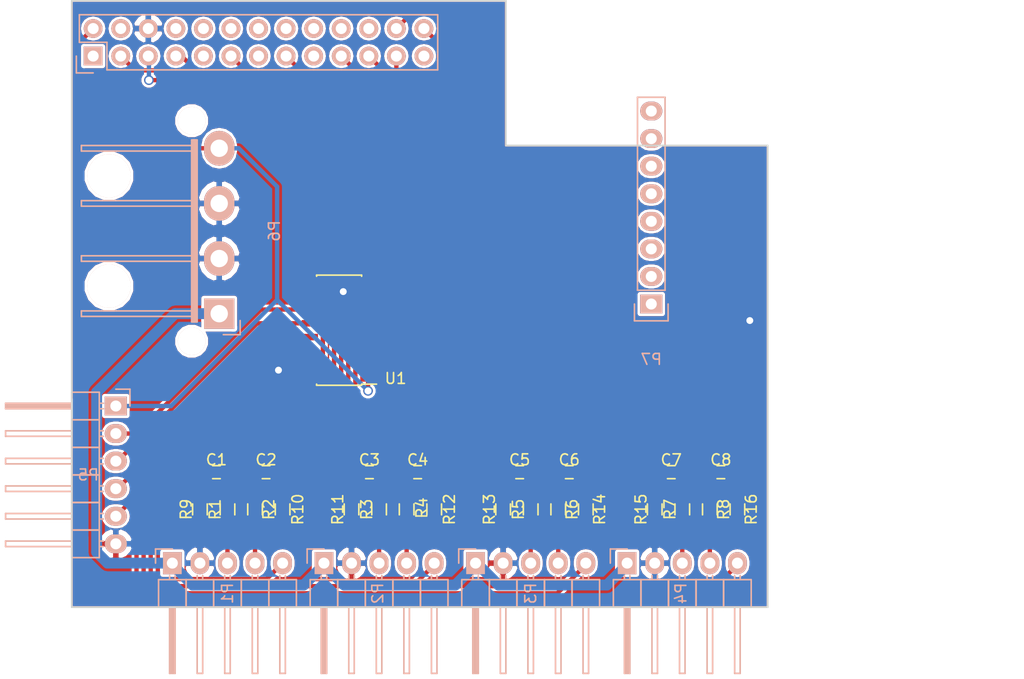
<source format=kicad_pcb>
(kicad_pcb (version 20170123) (host pcbnew no-vcs-found-7613~57~ubuntu16.04.1)
  (layers (0 F.Cu signal) (31 B.Cu signal) (34 B.Paste user) (35 F.Paste user) (36 B.SilkS user) (37 F.SilkS user) (38 B.Mask user) (39 F.Mask user) (44 Edge.Cuts user))
  (net 0 "")
  (net 1 +12V)
  (net 2 GND)
  (net 3 "Net-(RPi1-Pad3)")
  (net 4 "Net-(RPi1-Pad5)")
  (net 5 "Net-(C1-Pad2)")
  (net 6 "Net-(C2-Pad2)")
  (net 7 "Net-(C3-Pad2)")
  (net 8 "Net-(C4-Pad2)")
  (net 9 "Net-(C5-Pad2)")
  (net 10 "Net-(C6-Pad2)")
  (net 11 "Net-(C7-Pad2)")
  (net 12 "Net-(C8-Pad2)")
  (net 13 /R0_D0)
  (net 14 /R0_D1)
  (net 15 /R0_LED)
  (net 16 /R1_D0)
  (net 17 /R1_D1)
  (net 18 /R1_LED)
  (net 19 /R2_D0)
  (net 20 /R2_D1)
  (net 21 /R2_LED)
  (net 22 /R3_D0)
  (net 23 /R3_D1)
  (net 24 /R3_LED)
  (net 25 +5V)
  (net 26 "Net-(P5-Pad2)")
  (net 27 "Net-(P5-Pad3)")
  (net 28 "Net-(P5-Pad4)")
  (net 29 "Net-(P5-Pad5)")
  (module MyFootprints:Molex_15-24-4441 (layer B.Cu) (at 108.585 121.285 90)
    (fp_text reference P6 (at 0 10.16 90) (layer B.SilkS) (effects (justify mirror)))
    (fp_text value Molex_8981)
    (pad 1 thru_hole rect (at -7.62 5.08 90) (size 2.8 2.8) (drill 1.6) (layers *.Cu *.Mask B.SilkS) (net 1 +12V))
    (pad 2 thru_hole oval (at -2.54 5.08 90) (size 3.2 2.8) (drill 1.6) (layers *.Cu *.Mask B.SilkS) (net 2 GND))
    (pad 3 thru_hole oval (at 2.54 5.08 90) (size 3.2 2.8) (drill 1.6) (layers *.Cu *.Mask B.SilkS) (net 2 GND))
    (pad 4 thru_hole oval (at 7.62 5.08 90) (size 3.2 2.8) (drill 1.6) (layers *.Cu *.Mask B.SilkS) (net 25 +5V))
    (pad "" np_thru_hole circle (at -10.16 2.54 90) (size 2.54 2.54) (drill 2.54) (layers *.Cu *.Mask B.SilkS))
    (pad "" np_thru_hole circle (at 10.16 2.54 90) (size 2.54 2.54) (drill 2.54) (layers *.Cu *.Mask B.SilkS))
    (pad "" np_thru_hole circle (at -5.08 -5.08 90) (size 3.99 3.99) (drill 3.99) (layers *.Cu *.Mask B.SilkS))
    (pad "" np_thru_hole circle (at 5.08 -5.08 90) (size 3.99 3.99) (drill 3.99) (layers *.Cu *.Mask B.SilkS))
  )
  (module Socket_Strips:Socket_Strip_Straight_2x13 (layer B.Cu) (at 102.05 105.17)
    (fp_text reference RPi1 hide)
    (fp_text value RASPBERRY_IO hide)
    (pad 1 thru_hole rect (at 0 0) (size 1.7272 1.7272) (drill 1.016) (layers *.Cu *.Mask B.SilkS))
    (pad 2 thru_hole oval (at 0 -2.54) (size 1.7272 1.7272) (drill 1.016) (layers *.Cu *.Mask B.SilkS) (net 25 +5V))
    (pad 3 thru_hole oval (at 2.54 0) (size 1.7272 1.7272) (drill 1.016) (layers *.Cu *.Mask B.SilkS) (net 3 "Net-(RPi1-Pad3)"))
    (pad 4 thru_hole oval (at 2.54 -2.54) (size 1.7272 1.7272) (drill 1.016) (layers *.Cu *.Mask B.SilkS))
    (pad 5 thru_hole oval (at 5.08 0) (size 1.7272 1.7272) (drill 1.016) (layers *.Cu *.Mask B.SilkS) (net 4 "Net-(RPi1-Pad5)"))
    (pad 6 thru_hole oval (at 5.08 -2.54) (size 1.7272 1.7272) (drill 1.016) (layers *.Cu *.Mask B.SilkS) (net 2 GND))
    (pad 7 thru_hole oval (at 7.62 0) (size 1.7272 1.7272) (drill 1.016) (layers *.Cu *.Mask B.SilkS) (net 5 "Net-(C1-Pad2)"))
    (pad 8 thru_hole oval (at 7.62 -2.54) (size 1.7272 1.7272) (drill 1.016) (layers *.Cu *.Mask B.SilkS))
    (pad 9 thru_hole oval (at 10.16 0) (size 1.7272 1.7272) (drill 1.016) (layers *.Cu *.Mask B.SilkS))
    (pad 10 thru_hole oval (at 10.16 -2.54) (size 1.7272 1.7272) (drill 1.016) (layers *.Cu *.Mask B.SilkS))
    (pad 11 thru_hole oval (at 12.7 0) (size 1.7272 1.7272) (drill 1.016) (layers *.Cu *.Mask B.SilkS) (net 6 "Net-(C2-Pad2)"))
    (pad 12 thru_hole oval (at 12.7 -2.54) (size 1.7272 1.7272) (drill 1.016) (layers *.Cu *.Mask B.SilkS))
    (pad 13 thru_hole oval (at 15.24 0) (size 1.7272 1.7272) (drill 1.016) (layers *.Cu *.Mask B.SilkS))
    (pad 14 thru_hole oval (at 15.24 -2.54) (size 1.7272 1.7272) (drill 1.016) (layers *.Cu *.Mask B.SilkS))
    (pad 15 thru_hole oval (at 17.78 0) (size 1.7272 1.7272) (drill 1.016) (layers *.Cu *.Mask B.SilkS) (net 7 "Net-(C3-Pad2)"))
    (pad 16 thru_hole oval (at 17.78 -2.54) (size 1.7272 1.7272) (drill 1.016) (layers *.Cu *.Mask B.SilkS))
    (pad 17 thru_hole oval (at 20.32 0) (size 1.7272 1.7272) (drill 1.016) (layers *.Cu *.Mask B.SilkS))
    (pad 18 thru_hole oval (at 20.32 -2.54) (size 1.7272 1.7272) (drill 1.016) (layers *.Cu *.Mask B.SilkS))
    (pad 19 thru_hole oval (at 22.86 0) (size 1.7272 1.7272) (drill 1.016) (layers *.Cu *.Mask B.SilkS) (net 8 "Net-(C4-Pad2)"))
    (pad 20 thru_hole oval (at 22.86 -2.54) (size 1.7272 1.7272) (drill 1.016) (layers *.Cu *.Mask B.SilkS))
    (pad 21 thru_hole oval (at 25.4 0) (size 1.7272 1.7272) (drill 1.016) (layers *.Cu *.Mask B.SilkS) (net 9 "Net-(C5-Pad2)"))
    (pad 22 thru_hole oval (at 25.4 -2.54) (size 1.7272 1.7272) (drill 1.016) (layers *.Cu *.Mask B.SilkS))
    (pad 23 thru_hole oval (at 27.94 0) (size 1.7272 1.7272) (drill 1.016) (layers *.Cu *.Mask B.SilkS) (net 10 "Net-(C6-Pad2)"))
    (pad 24 thru_hole oval (at 27.94 -2.54) (size 1.7272 1.7272) (drill 1.016) (layers *.Cu *.Mask B.SilkS) (net 12 "Net-(C8-Pad2)"))
    (pad 25 thru_hole oval (at 30.48 0) (size 1.7272 1.7272) (drill 1.016) (layers *.Cu *.Mask B.SilkS))
    (pad 26 thru_hole oval (at 30.48 -2.54) (size 1.7272 1.7272) (drill 1.016) (layers *.Cu *.Mask B.SilkS) (net 11 "Net-(C7-Pad2)"))
  )
  (module Resistors_SMD:R_0603_HandSoldering (layer F.Cu) (at 114.427 146.939 270)
    (fp_text reference R1 (at 0 1.143 270) (layer F.SilkS))
    (fp_text value 12k7)
    (pad 1 smd rect (at -1.1 0 270) (size 1.2 0.9) (layers F.Cu F.Paste F.Mask) (net 5 "Net-(C1-Pad2)"))
    (pad 2 smd rect (at 1.1 0 270) (size 1.2 0.9) (layers F.Cu F.Paste F.Mask) (net 13 /R0_D0))
  )
  (module Resistors_SMD:R_0603_HandSoldering (layer F.Cu) (at 116.967 146.939 270)
    (fp_text reference R2 (at 0 -1.27 270) (layer F.SilkS))
    (fp_text value 12k7)
    (pad 1 smd rect (at -1.1 0 270) (size 1.2 0.9) (layers F.Cu F.Paste F.Mask) (net 6 "Net-(C2-Pad2)"))
    (pad 2 smd rect (at 1.1 0 270) (size 1.2 0.9) (layers F.Cu F.Paste F.Mask) (net 14 /R0_D1))
  )
  (module Resistors_SMD:R_0603_HandSoldering (layer F.Cu) (at 128.397 146.939 270)
    (fp_text reference R3 (at 0 1.143 270) (layer F.SilkS))
    (fp_text value 12k7)
    (pad 1 smd rect (at -1.1 0 270) (size 1.2 0.9) (layers F.Cu F.Paste F.Mask) (net 7 "Net-(C3-Pad2)"))
    (pad 2 smd rect (at 1.1 0 270) (size 1.2 0.9) (layers F.Cu F.Paste F.Mask) (net 16 /R1_D0))
  )
  (module Resistors_SMD:R_0603_HandSoldering (layer F.Cu) (at 130.937 146.939 270)
    (fp_text reference R4 (at -0.127 -1.397 270) (layer F.SilkS))
    (fp_text value 12k7)
    (pad 1 smd rect (at -1.1 0 270) (size 1.2 0.9) (layers F.Cu F.Paste F.Mask) (net 8 "Net-(C4-Pad2)"))
    (pad 2 smd rect (at 1.1 0 270) (size 1.2 0.9) (layers F.Cu F.Paste F.Mask) (net 17 /R1_D1))
  )
  (module Resistors_SMD:R_0603_HandSoldering (layer F.Cu) (at 142.367 146.939 270)
    (fp_text reference R5 (at 0 1.143 270) (layer F.SilkS))
    (fp_text value 12k7)
    (pad 1 smd rect (at -1.1 0 270) (size 1.2 0.9) (layers F.Cu F.Paste F.Mask) (net 9 "Net-(C5-Pad2)"))
    (pad 2 smd rect (at 1.1 0 270) (size 1.2 0.9) (layers F.Cu F.Paste F.Mask) (net 19 /R2_D0))
  )
  (module Resistors_SMD:R_0603_HandSoldering (layer F.Cu) (at 144.907 146.939 270)
    (fp_text reference R6 (at 0 -1.27 270) (layer F.SilkS))
    (fp_text value 12k7)
    (pad 1 smd rect (at -1.1 0 270) (size 1.2 0.9) (layers F.Cu F.Paste F.Mask) (net 10 "Net-(C6-Pad2)"))
    (pad 2 smd rect (at 1.1 0 270) (size 1.2 0.9) (layers F.Cu F.Paste F.Mask) (net 20 /R2_D1))
  )
  (module Capacitors_SMD:C_0603_HandSoldering (layer F.Cu) (at 113.411 143.51)
    (fp_text reference C1 (at 0 -1.143) (layer F.SilkS))
    (fp_text value 1n)
    (pad 1 smd rect (at -0.95 0) (size 1.2 0.75) (layers F.Cu F.Paste F.Mask) (net 2 GND))
    (pad 2 smd rect (at 0.95 0) (size 1.2 0.75) (layers F.Cu F.Paste F.Mask) (net 5 "Net-(C1-Pad2)"))
  )
  (module Capacitors_SMD:C_0603_HandSoldering (layer F.Cu) (at 117.983 143.51 180)
    (fp_text reference C2 (at 0 1.143 180) (layer F.SilkS))
    (fp_text value 1n)
    (pad 1 smd rect (at -0.95 0 180) (size 1.2 0.75) (layers F.Cu F.Paste F.Mask) (net 2 GND))
    (pad 2 smd rect (at 0.95 0 180) (size 1.2 0.75) (layers F.Cu F.Paste F.Mask) (net 6 "Net-(C2-Pad2)"))
  )
  (module Capacitors_SMD:C_0603_HandSoldering (layer F.Cu) (at 127.508 143.51)
    (fp_text reference C3 (at 0 -1.143) (layer F.SilkS))
    (fp_text value 1n)
    (pad 1 smd rect (at -0.95 0) (size 1.2 0.75) (layers F.Cu F.Paste F.Mask) (net 2 GND))
    (pad 2 smd rect (at 0.95 0) (size 1.2 0.75) (layers F.Cu F.Paste F.Mask) (net 7 "Net-(C3-Pad2)"))
  )
  (module Capacitors_SMD:C_0603_HandSoldering (layer F.Cu) (at 131.953 143.51 180)
    (fp_text reference C4 (at 0 1.143 180) (layer F.SilkS))
    (fp_text value 1n)
    (pad 1 smd rect (at -0.95 0 180) (size 1.2 0.75) (layers F.Cu F.Paste F.Mask) (net 2 GND))
    (pad 2 smd rect (at 0.95 0 180) (size 1.2 0.75) (layers F.Cu F.Paste F.Mask) (net 8 "Net-(C4-Pad2)"))
  )
  (module Capacitors_SMD:C_0603_HandSoldering (layer F.Cu) (at 141.351 143.51)
    (fp_text reference C5 (at 0 -1.143) (layer F.SilkS))
    (fp_text value 1n)
    (pad 1 smd rect (at -0.95 0) (size 1.2 0.75) (layers F.Cu F.Paste F.Mask) (net 2 GND))
    (pad 2 smd rect (at 0.95 0) (size 1.2 0.75) (layers F.Cu F.Paste F.Mask) (net 9 "Net-(C5-Pad2)"))
  )
  (module Capacitors_SMD:C_0603_HandSoldering (layer F.Cu) (at 145.923 143.51 180)
    (fp_text reference C6 (at 0 1.143 180) (layer F.SilkS))
    (fp_text value 1n)
    (pad 1 smd rect (at -0.95 0 180) (size 1.2 0.75) (layers F.Cu F.Paste F.Mask) (net 2 GND))
    (pad 2 smd rect (at 0.95 0 180) (size 1.2 0.75) (layers F.Cu F.Paste F.Mask) (net 10 "Net-(C6-Pad2)"))
  )
  (module Capacitors_SMD:C_0603_HandSoldering (layer F.Cu) (at 155.321 143.51)
    (fp_text reference C7 (at 0 -1.143) (layer F.SilkS))
    (fp_text value 1n)
    (pad 1 smd rect (at -0.95 0) (size 1.2 0.75) (layers F.Cu F.Paste F.Mask) (net 2 GND))
    (pad 2 smd rect (at 0.95 0) (size 1.2 0.75) (layers F.Cu F.Paste F.Mask) (net 11 "Net-(C7-Pad2)"))
  )
  (module Capacitors_SMD:C_0603_HandSoldering (layer F.Cu) (at 159.893 143.51 180)
    (fp_text reference C8 (at 0 1.143 180) (layer F.SilkS))
    (fp_text value 1n)
    (pad 1 smd rect (at -0.95 0 180) (size 1.2 0.75) (layers F.Cu F.Paste F.Mask) (net 2 GND))
    (pad 2 smd rect (at 0.95 0 180) (size 1.2 0.75) (layers F.Cu F.Paste F.Mask) (net 12 "Net-(C8-Pad2)"))
  )
  (module Pin_Headers:Pin_Header_Angled_1x05 (layer B.Cu) (at 109.347 151.892 270)
    (fp_text reference P1 (at 2.794 -5.08 270) (layer B.SilkS) (effects (justify mirror)))
    (fp_text value CONN_01X05)
    (pad 1 thru_hole rect (at 0 0 270) (size 2.032 1.7272) (drill 1.016) (layers *.Cu *.Mask B.SilkS) (net 1 +12V))
    (pad 2 thru_hole oval (at 0 -2.54 270) (size 2.032 1.7272) (drill 1.016) (layers *.Cu *.Mask B.SilkS) (net 2 GND))
    (pad 3 thru_hole oval (at 0 -5.08 270) (size 2.032 1.7272) (drill 1.016) (layers *.Cu *.Mask B.SilkS) (net 13 /R0_D0))
    (pad 4 thru_hole oval (at 0 -7.62 270) (size 2.032 1.7272) (drill 1.016) (layers *.Cu *.Mask B.SilkS) (net 14 /R0_D1))
    (pad 5 thru_hole oval (at 0 -10.16 270) (size 2.032 1.7272) (drill 1.016) (layers *.Cu *.Mask B.SilkS) (net 15 /R0_LED))
  )
  (module Pin_Headers:Pin_Header_Angled_1x05 (layer B.Cu) (at 123.317 151.892 270)
    (fp_text reference P2 (at 2.794 -4.953 270) (layer B.SilkS) (effects (justify mirror)))
    (fp_text value CONN_01X05)
    (pad 1 thru_hole rect (at 0 0 270) (size 2.032 1.7272) (drill 1.016) (layers *.Cu *.Mask B.SilkS) (net 1 +12V))
    (pad 2 thru_hole oval (at 0 -2.54 270) (size 2.032 1.7272) (drill 1.016) (layers *.Cu *.Mask B.SilkS) (net 2 GND))
    (pad 3 thru_hole oval (at 0 -5.08 270) (size 2.032 1.7272) (drill 1.016) (layers *.Cu *.Mask B.SilkS) (net 16 /R1_D0))
    (pad 4 thru_hole oval (at 0 -7.62 270) (size 2.032 1.7272) (drill 1.016) (layers *.Cu *.Mask B.SilkS) (net 17 /R1_D1))
    (pad 5 thru_hole oval (at 0 -10.16 270) (size 2.032 1.7272) (drill 1.016) (layers *.Cu *.Mask B.SilkS) (net 18 /R1_LED))
  )
  (module Pin_Headers:Pin_Header_Angled_1x05 (layer B.Cu) (at 137.287 151.892 270)
    (fp_text reference P3 (at 2.794 -5.08 270) (layer B.SilkS) (effects (justify mirror)))
    (fp_text value CONN_01X05)
    (pad 1 thru_hole rect (at 0 0 270) (size 2.032 1.7272) (drill 1.016) (layers *.Cu *.Mask B.SilkS) (net 1 +12V))
    (pad 2 thru_hole oval (at 0 -2.54 270) (size 2.032 1.7272) (drill 1.016) (layers *.Cu *.Mask B.SilkS) (net 2 GND))
    (pad 3 thru_hole oval (at 0 -5.08 270) (size 2.032 1.7272) (drill 1.016) (layers *.Cu *.Mask B.SilkS) (net 19 /R2_D0))
    (pad 4 thru_hole oval (at 0 -7.62 270) (size 2.032 1.7272) (drill 1.016) (layers *.Cu *.Mask B.SilkS) (net 20 /R2_D1))
    (pad 5 thru_hole oval (at 0 -10.16 270) (size 2.032 1.7272) (drill 1.016) (layers *.Cu *.Mask B.SilkS) (net 21 /R2_LED))
  )
  (module Pin_Headers:Pin_Header_Angled_1x05 (layer B.Cu) (at 151.257 151.892 270)
    (fp_text reference P4 (at 2.794 -4.953 270) (layer B.SilkS) (effects (justify mirror)))
    (fp_text value CONN_01X05)
    (pad 1 thru_hole rect (at 0 0 270) (size 2.032 1.7272) (drill 1.016) (layers *.Cu *.Mask B.SilkS) (net 1 +12V))
    (pad 2 thru_hole oval (at 0 -2.54 270) (size 2.032 1.7272) (drill 1.016) (layers *.Cu *.Mask B.SilkS) (net 2 GND))
    (pad 3 thru_hole oval (at 0 -5.08 270) (size 2.032 1.7272) (drill 1.016) (layers *.Cu *.Mask B.SilkS) (net 22 /R3_D0))
    (pad 4 thru_hole oval (at 0 -7.62 270) (size 2.032 1.7272) (drill 1.016) (layers *.Cu *.Mask B.SilkS) (net 23 /R3_D1))
    (pad 5 thru_hole oval (at 0 -10.16 270) (size 2.032 1.7272) (drill 1.016) (layers *.Cu *.Mask B.SilkS) (net 24 /R3_LED))
  )
  (module Pin_Headers:Pin_Header_Angled_1x06 (layer B.Cu) (at 104.14 137.414 180)
    (fp_text reference P5 (at 2.54 -6.35 180) (layer B.SilkS) (effects (justify mirror)))
    (fp_text value CONN_01X06)
    (pad 1 thru_hole rect (at 0 0 180) (size 2.032 1.7272) (drill 1.016) (layers *.Cu *.Mask B.SilkS) (net 25 +5V))
    (pad 2 thru_hole oval (at 0 -2.54 180) (size 2.032 1.7272) (drill 1.016) (layers *.Cu *.Mask B.SilkS) (net 26 "Net-(P5-Pad2)"))
    (pad 3 thru_hole oval (at 0 -5.08 180) (size 2.032 1.7272) (drill 1.016) (layers *.Cu *.Mask B.SilkS) (net 27 "Net-(P5-Pad3)"))
    (pad 4 thru_hole oval (at 0 -7.62 180) (size 2.032 1.7272) (drill 1.016) (layers *.Cu *.Mask B.SilkS) (net 28 "Net-(P5-Pad4)"))
    (pad 5 thru_hole oval (at 0 -10.16 180) (size 2.032 1.7272) (drill 1.016) (layers *.Cu *.Mask B.SilkS) (net 29 "Net-(P5-Pad5)"))
    (pad 6 thru_hole oval (at 0 -12.7 180) (size 2.032 1.7272) (drill 1.016) (layers *.Cu *.Mask B.SilkS) (net 2 GND))
  )
  (module Resistors_SMD:R_0603_HandSoldering (layer F.Cu) (at 156.337 146.939 270)
    (fp_text reference R7 (at 0 1.143 270) (layer F.SilkS))
    (fp_text value 12k7)
    (pad 1 smd rect (at -1.1 0 270) (size 1.2 0.9) (layers F.Cu F.Paste F.Mask) (net 11 "Net-(C7-Pad2)"))
    (pad 2 smd rect (at 1.1 0 270) (size 1.2 0.9) (layers F.Cu F.Paste F.Mask) (net 22 /R3_D0))
  )
  (module Resistors_SMD:R_0603_HandSoldering (layer F.Cu) (at 158.877 146.939 270)
    (fp_text reference R8 (at 0 -1.27 270) (layer F.SilkS))
    (fp_text value 12k7)
    (pad 1 smd rect (at -1.1 0 270) (size 1.2 0.9) (layers F.Cu F.Paste F.Mask) (net 12 "Net-(C8-Pad2)"))
    (pad 2 smd rect (at 1.1 0 270) (size 1.2 0.9) (layers F.Cu F.Paste F.Mask) (net 23 /R3_D1))
  )
  (module Resistors_SMD:R_0603_HandSoldering (layer F.Cu) (at 111.887 146.939 90)
    (fp_text reference R9 (at 0 -1.27 90) (layer F.SilkS))
    (fp_text value 22k)
    (pad 1 smd rect (at -1.1 0 90) (size 1.2 0.9) (layers F.Cu F.Paste F.Mask) (net 2 GND))
    (pad 2 smd rect (at 1.1 0 90) (size 1.2 0.9) (layers F.Cu F.Paste F.Mask) (net 5 "Net-(C1-Pad2)"))
  )
  (module Resistors_SMD:R_0603_HandSoldering (layer F.Cu) (at 119.507 146.939 90)
    (fp_text reference R10 (at 0 1.397 90) (layer F.SilkS))
    (fp_text value 22k)
    (pad 1 smd rect (at -1.1 0 90) (size 1.2 0.9) (layers F.Cu F.Paste F.Mask) (net 2 GND))
    (pad 2 smd rect (at 1.1 0 90) (size 1.2 0.9) (layers F.Cu F.Paste F.Mask) (net 6 "Net-(C2-Pad2)"))
  )
  (module Resistors_SMD:R_0603_HandSoldering (layer F.Cu) (at 125.857 146.939 90)
    (fp_text reference R11 (at 0 -1.27 90) (layer F.SilkS))
    (fp_text value 22k)
    (pad 1 smd rect (at -1.1 0 90) (size 1.2 0.9) (layers F.Cu F.Paste F.Mask) (net 2 GND))
    (pad 2 smd rect (at 1.1 0 90) (size 1.2 0.9) (layers F.Cu F.Paste F.Mask) (net 7 "Net-(C3-Pad2)"))
  )
  (module Resistors_SMD:R_0603_HandSoldering (layer F.Cu) (at 133.477 146.939 90)
    (fp_text reference R12 (at 0 1.397 90) (layer F.SilkS))
    (fp_text value 22k)
    (pad 1 smd rect (at -1.1 0 90) (size 1.2 0.9) (layers F.Cu F.Paste F.Mask) (net 2 GND))
    (pad 2 smd rect (at 1.1 0 90) (size 1.2 0.9) (layers F.Cu F.Paste F.Mask) (net 8 "Net-(C4-Pad2)"))
  )
  (module Resistors_SMD:R_0603_HandSoldering (layer F.Cu) (at 139.827 146.939 90)
    (fp_text reference R13 (at 0 -1.27 90) (layer F.SilkS))
    (fp_text value 22k)
    (pad 1 smd rect (at -1.1 0 90) (size 1.2 0.9) (layers F.Cu F.Paste F.Mask) (net 2 GND))
    (pad 2 smd rect (at 1.1 0 90) (size 1.2 0.9) (layers F.Cu F.Paste F.Mask) (net 9 "Net-(C5-Pad2)"))
  )
  (module Resistors_SMD:R_0603_HandSoldering (layer F.Cu) (at 147.447 146.939 90)
    (fp_text reference R14 (at 0 1.27 90) (layer F.SilkS))
    (fp_text value 22k)
    (pad 1 smd rect (at -1.1 0 90) (size 1.2 0.9) (layers F.Cu F.Paste F.Mask) (net 2 GND))
    (pad 2 smd rect (at 1.1 0 90) (size 1.2 0.9) (layers F.Cu F.Paste F.Mask) (net 10 "Net-(C6-Pad2)"))
  )
  (module Resistors_SMD:R_0603_HandSoldering (layer F.Cu) (at 153.797 146.939 90)
    (fp_text reference R15 (at 0 -1.27 90) (layer F.SilkS))
    (fp_text value 22k)
    (pad 1 smd rect (at -1.1 0 90) (size 1.2 0.9) (layers F.Cu F.Paste F.Mask) (net 2 GND))
    (pad 2 smd rect (at 1.1 0 90) (size 1.2 0.9) (layers F.Cu F.Paste F.Mask) (net 11 "Net-(C7-Pad2)"))
  )
  (module Resistors_SMD:R_0603_HandSoldering (layer F.Cu) (at 161.417 146.939 90)
    (fp_text reference R16 (at 0 1.27 90) (layer F.SilkS))
    (fp_text value 22k)
    (pad 1 smd rect (at -1.1 0 90) (size 1.2 0.9) (layers F.Cu F.Paste F.Mask) (net 2 GND))
    (pad 2 smd rect (at 1.1 0 90) (size 1.2 0.9) (layers F.Cu F.Paste F.Mask) (net 12 "Net-(C8-Pad2)"))
  )
  (module Housings_SOIC:SOIC-16_3.9x9.9mm_Pitch1.27mm (layer F.Cu) (at 124.714 130.429 180)
    (fp_text reference U1 (at -5.207 -4.445 180) (layer F.SilkS))
    (fp_text value TPIC2810)
    (pad 1 smd rect (at -2.7 -4.445 180) (size 1.5 0.6) (layers F.Cu F.Paste F.Mask) (net 25 +5V))
    (pad 2 smd rect (at -2.7 -3.175 180) (size 1.5 0.6) (layers F.Cu F.Paste F.Mask) (net 3 "Net-(RPi1-Pad3)"))
    (pad 3 smd rect (at -2.7 -1.905 180) (size 1.5 0.6) (layers F.Cu F.Paste F.Mask) (net 15 /R0_LED))
    (pad 4 smd rect (at -2.7 -0.635 180) (size 1.5 0.6) (layers F.Cu F.Paste F.Mask) (net 18 /R1_LED))
    (pad 5 smd rect (at -2.7 0.635 180) (size 1.5 0.6) (layers F.Cu F.Paste F.Mask) (net 21 /R2_LED))
    (pad 6 smd rect (at -2.7 1.905 180) (size 1.5 0.6) (layers F.Cu F.Paste F.Mask) (net 24 /R3_LED))
    (pad 7 smd rect (at -2.7 3.175 180) (size 1.5 0.6) (layers F.Cu F.Paste F.Mask) (net 2 GND))
    (pad 8 smd rect (at -2.7 4.445 180) (size 1.5 0.6) (layers F.Cu F.Paste F.Mask) (net 2 GND))
    (pad 9 smd rect (at 2.7 4.445 180) (size 1.5 0.6) (layers F.Cu F.Paste F.Mask) (net 2 GND))
    (pad 10 smd rect (at 2.7 3.175 180) (size 1.5 0.6) (layers F.Cu F.Paste F.Mask) (net 2 GND))
    (pad 11 smd rect (at 2.7 1.905 180) (size 1.5 0.6) (layers F.Cu F.Paste F.Mask) (net 26 "Net-(P5-Pad2)"))
    (pad 12 smd rect (at 2.7 0.635 180) (size 1.5 0.6) (layers F.Cu F.Paste F.Mask) (net 27 "Net-(P5-Pad3)"))
    (pad 13 smd rect (at 2.7 -0.635 180) (size 1.5 0.6) (layers F.Cu F.Paste F.Mask) (net 28 "Net-(P5-Pad4)"))
    (pad 14 smd rect (at 2.7 -1.905 180) (size 1.5 0.6) (layers F.Cu F.Paste F.Mask) (net 29 "Net-(P5-Pad5)"))
    (pad 15 smd rect (at 2.7 -3.175 180) (size 1.5 0.6) (layers F.Cu F.Paste F.Mask) (net 4 "Net-(RPi1-Pad5)"))
    (pad 16 smd rect (at 2.7 -4.445 180) (size 1.5 0.6) (layers F.Cu F.Paste F.Mask) (net 2 GND))
  )
  (module Pin_Headers:Pin_Header_Straight_1x08 (layer B.Cu) (at 153.4795 128.016)
    (fp_text reference P7 (at 0 5.1) (layer B.SilkS) (effects (justify mirror)))
    (fp_text value CONN_01X08)
    (pad 1 thru_hole rect (at 0 0) (size 2.032 1.7272) (drill 1.016) (layers *.Cu *.Mask B.SilkS))
    (pad 2 thru_hole oval (at 0 -2.54) (size 2.032 1.7272) (drill 1.016) (layers *.Cu *.Mask B.SilkS))
    (pad 3 thru_hole oval (at 0 -5.08) (size 2.032 1.7272) (drill 1.016) (layers *.Cu *.Mask B.SilkS))
    (pad 4 thru_hole oval (at 0 -7.62) (size 2.032 1.7272) (drill 1.016) (layers *.Cu *.Mask B.SilkS))
    (pad 5 thru_hole oval (at 0 -10.16) (size 2.032 1.7272) (drill 1.016) (layers *.Cu *.Mask B.SilkS))
    (pad 6 thru_hole oval (at 0 -12.7) (size 2.032 1.7272) (drill 1.016) (layers *.Cu *.Mask B.SilkS))
    (pad 7 thru_hole oval (at 0 -15.24) (size 2.032 1.7272) (drill 1.016) (layers *.Cu *.Mask B.SilkS))
    (pad 8 thru_hole oval (at 0 -17.78) (size 2.032 1.7272) (drill 1.016) (layers *.Cu *.Mask B.SilkS))
  )
  (gr_line (start 140.081 113.411) (end 140.081 100.076) (layer Edge.Cuts) (width 0.15))
  (gr_line (start 164.211 113.411) (end 140.081 113.411) (layer Edge.Cuts) (width 0.15))
  (gr_text 3 (at 151.003 149.352) (layer F.Cu) (effects (font (size 1 1) (thickness 0.25))))
  (gr_text 2 (at 137.033 149.352) (layer F.Cu) (effects (font (size 1 1) (thickness 0.25))))
  (gr_text 1 (at 123.063 149.352) (layer F.Cu) (effects (font (size 1 1) (thickness 0.25))))
  (gr_text 0 (at 109.093 149.352) (layer F.Cu) (effects (font (size 1 1) (thickness 0.25))))
  (gr_text 3 (at 100.965 147.701) (layer F.Cu) (effects (font (size 1 1) (thickness 0.25))))
  (gr_text 2 (at 100.965 145.161) (layer F.Cu) (effects (font (size 1 1) (thickness 0.25))))
  (gr_text 1 (at 100.965 142.621) (layer F.Cu) (effects (font (size 1 1) (thickness 0.25))))
  (gr_text 0 (at 100.965 140.081) (layer F.Cu) (effects (font (size 1 1) (thickness 0.25))))
  (gr_text + (at 100.838 137.541) (layer F.Cu) (effects (font (size 1 1) (thickness 0.25))))
  (gr_text G (at 100.965 150.241) (layer F.Cu) (effects (font (size 1 1) (thickness 0.25))))
  (gr_line (start 100.076 100.076) (end 140.081 100.076) (angle 90) (layer Edge.Cuts) (width 0.15))
  (gr_line (start 164.211 113.411) (end 164.211 155.956) (angle 90) (layer Edge.Cuts) (width 0.15))
  (gr_line (start 164.211 155.956) (end 100.076 155.956) (angle 90) (layer Edge.Cuts) (width 0.15))
  (gr_line (start 100.076 100.076) (end 100.076 155.956) (angle 90) (layer Edge.Cuts) (width 0.15))
  (segment (start 109.347 151.892) (end 103.378 151.892) (width 1) (layer B.Cu) (net 1))
  (segment (start 102.369999 136.136001) (end 109.601 128.905) (width 1) (layer B.Cu) (net 1))
  (segment (start 103.378 151.892) (end 102.369999 150.883999) (width 1) (layer B.Cu) (net 1))
  (segment (start 102.369999 150.883999) (end 102.369999 136.136001) (width 1) (layer B.Cu) (net 1))
  (segment (start 109.601 128.905) (end 113.665 128.905) (width 1) (layer B.Cu) (net 1))
  (segment (start 135.4234 153.908) (end 137.287 152.0444) (width 1) (layer B.Cu) (net 1))
  (segment (start 137.287 152.0444) (end 137.287 151.892) (width 1) (layer B.Cu) (net 1))
  (segment (start 125.1806 153.908) (end 135.4234 153.908) (width 1) (layer B.Cu) (net 1))
  (segment (start 123.317 151.892) (end 123.317 152.0444) (width 1) (layer B.Cu) (net 1))
  (segment (start 123.317 152.0444) (end 125.1806 153.908) (width 1) (layer B.Cu) (net 1))
  (segment (start 151.257 152.0444) (end 151.257 151.892) (width 1) (layer B.Cu) (net 1))
  (segment (start 149.3934 153.908) (end 151.257 152.0444) (width 1) (layer B.Cu) (net 1))
  (segment (start 139.402954 153.908) (end 149.3934 153.908) (width 1) (layer B.Cu) (net 1))
  (segment (start 137.386954 151.892) (end 139.402954 153.908) (width 1) (layer B.Cu) (net 1))
  (segment (start 137.287 151.892) (end 137.386954 151.892) (width 1) (layer B.Cu) (net 1))
  (segment (start 109.347 152.0444) (end 111.2106 153.908) (width 1) (layer B.Cu) (net 1))
  (segment (start 121.4534 153.908) (end 123.317 152.0444) (width 1) (layer B.Cu) (net 1))
  (segment (start 109.347 151.892) (end 109.347 152.0444) (width 1) (layer B.Cu) (net 1))
  (segment (start 111.2106 153.908) (end 121.4534 153.908) (width 1) (layer B.Cu) (net 1))
  (segment (start 126.619 141.605) (end 127.762 141.605) (width 0.4) (layer B.Cu) (net 2))
  (via (at 119.126 134.112) (size 0.889) (drill 0.635) (layers F.Cu B.Cu) (net 2))
  (segment (start 119.888 134.874) (end 119.126 134.112) (width 0.4) (layer F.Cu) (net 2))
  (segment (start 122.014 134.874) (end 119.888 134.874) (width 0.4) (layer F.Cu) (net 2))
  (segment (start 119.126 134.112) (end 126.619 141.605) (width 0.4) (layer B.Cu) (net 2))
  (segment (start 127.762 141.605) (end 133.096 136.271) (width 0.4) (layer B.Cu) (net 2))
  (via (at 125.095 126.873) (size 0.889) (drill 0.635) (layers F.Cu B.Cu) (net 2))
  (segment (start 133.096 134.874) (end 125.095 126.873) (width 0.4) (layer B.Cu) (net 2))
  (segment (start 133.096 136.271) (end 133.096 134.874) (width 0.4) (layer B.Cu) (net 2))
  (segment (start 125.539499 127.317499) (end 125.666501 127.317499) (width 0.4) (layer F.Cu) (net 2))
  (segment (start 125.095 126.873) (end 125.539499 127.317499) (width 0.4) (layer F.Cu) (net 2))
  (segment (start 125.73 127.254) (end 127.414 127.254) (width 0.4) (layer F.Cu) (net 2))
  (segment (start 125.666501 127.317499) (end 125.73 127.254) (width 0.4) (layer F.Cu) (net 2))
  (via (at 162.56 129.54) (size 0.889) (drill 0.635) (layers F.Cu B.Cu) (net 2))
  (segment (start 155.829 136.271) (end 162.56 129.54) (width 0.4) (layer B.Cu) (net 2))
  (segment (start 133.096 136.271) (end 155.829 136.271) (width 0.4) (layer B.Cu) (net 2))
  (segment (start 124.451631 108.449631) (end 112.549539 108.449631) (width 0.4) (layer F.Cu) (net 3))
  (segment (start 127.864 133.604) (end 128.618001 132.849999) (width 0.4) (layer F.Cu) (net 3))
  (segment (start 110.587509 106.487601) (end 105.907601 106.487601) (width 0.4) (layer F.Cu) (net 3))
  (segment (start 128.618001 132.849999) (end 128.618001 112.616001) (width 0.4) (layer F.Cu) (net 3))
  (segment (start 112.549539 108.449631) (end 110.587509 106.487601) (width 0.4) (layer F.Cu) (net 3))
  (segment (start 128.618001 112.616001) (end 124.451631 108.449631) (width 0.4) (layer F.Cu) (net 3))
  (segment (start 127.414 133.604) (end 127.864 133.604) (width 0.4) (layer F.Cu) (net 3))
  (segment (start 105.907601 106.487601) (end 105.453599 106.033599) (width 0.4) (layer F.Cu) (net 3))
  (segment (start 105.453599 106.033599) (end 104.59 105.17) (width 0.4) (layer F.Cu) (net 3))
  (segment (start 122.464 133.604) (end 123.218001 132.849999) (width 0.4) (layer F.Cu) (net 4))
  (segment (start 110.561111 107.386111) (end 107.188 107.386111) (width 0.4) (layer F.Cu) (net 4))
  (segment (start 123.218001 132.849999) (end 123.218001 120.043001) (width 0.4) (layer F.Cu) (net 4))
  (segment (start 122.014 133.604) (end 122.464 133.604) (width 0.4) (layer F.Cu) (net 4))
  (segment (start 123.218001 120.043001) (end 110.561111 107.386111) (width 0.4) (layer F.Cu) (net 4))
  (via (at 107.188 107.386111) (size 0.889) (drill 0.635) (layers F.Cu B.Cu) (net 4))
  (segment (start 107.188 105.228) (end 107.13 105.17) (width 0.4) (layer B.Cu) (net 4))
  (segment (start 107.188 107.386111) (end 107.188 105.228) (width 0.4) (layer B.Cu) (net 4))
  (segment (start 114.361 143.51) (end 114.361 142.735) (width 0.4) (layer F.Cu) (net 5))
  (segment (start 114.361 142.735) (end 118.77399 138.32201) (width 0.4) (layer F.Cu) (net 5))
  (segment (start 118.77399 138.32201) (end 126.405772 138.32201) (width 0.4) (layer F.Cu) (net 5))
  (segment (start 112.820438 107.795621) (end 110.194817 105.17) (width 0.4) (layer F.Cu) (net 5))
  (segment (start 124.72253 107.795621) (end 112.820438 107.795621) (width 0.4) (layer F.Cu) (net 5))
  (segment (start 129.272011 112.345102) (end 124.72253 107.795621) (width 0.4) (layer F.Cu) (net 5))
  (segment (start 110.194817 105.17) (end 109.67 105.17) (width 0.4) (layer F.Cu) (net 5))
  (segment (start 129.272011 135.455771) (end 129.272011 112.345102) (width 0.4) (layer F.Cu) (net 5))
  (segment (start 114.361 143.51) (end 114.586 143.51) (width 0.4) (layer F.Cu) (net 5))
  (segment (start 126.405772 138.32201) (end 129.272011 135.455771) (width 0.4) (layer F.Cu) (net 5))
  (segment (start 111.887 145.839) (end 114.427 145.839) (width 0.4) (layer F.Cu) (net 5))
  (segment (start 114.361 145.773) (end 114.427 145.839) (width 0.4) (layer F.Cu) (net 5))
  (segment (start 114.361 143.51) (end 114.361 145.773) (width 0.4) (layer F.Cu) (net 5))
  (segment (start 117.033 143.51) (end 117.033 142.735) (width 0.4) (layer F.Cu) (net 6))
  (segment (start 117.033 142.735) (end 120.79198 138.97602) (width 0.4) (layer F.Cu) (net 6))
  (segment (start 120.79198 138.97602) (end 126.676671 138.97602) (width 0.4) (layer F.Cu) (net 6))
  (segment (start 119.507 145.839) (end 116.967 145.839) (width 0.4) (layer F.Cu) (net 6))
  (segment (start 116.967 143.576) (end 117.033 143.51) (width 0.4) (layer F.Cu) (net 6))
  (segment (start 116.967 145.839) (end 116.967 143.576) (width 0.4) (layer F.Cu) (net 6))
  (segment (start 115.613599 106.033599) (end 114.75 105.17) (width 0.4) (layer F.Cu) (net 6))
  (segment (start 124.993429 107.141611) (end 116.721611 107.141611) (width 0.4) (layer F.Cu) (net 6))
  (segment (start 129.926021 135.72667) (end 129.926021 112.074203) (width 0.4) (layer F.Cu) (net 6))
  (segment (start 117.033 143.51) (end 117.258 143.51) (width 0.4) (layer F.Cu) (net 6))
  (segment (start 129.926021 112.074203) (end 124.993429 107.141611) (width 0.4) (layer F.Cu) (net 6))
  (segment (start 126.676671 138.97602) (end 129.926021 135.72667) (width 0.4) (layer F.Cu) (net 6))
  (segment (start 116.721611 107.141611) (end 115.613599 106.033599) (width 0.4) (layer F.Cu) (net 6))
  (segment (start 128.458 143.51) (end 128.458 142.735) (width 0.4) (layer F.Cu) (net 7))
  (segment (start 128.458 142.735) (end 130.580031 140.612969) (width 0.4) (layer F.Cu) (net 7))
  (segment (start 130.580031 140.612969) (end 130.580031 111.803304) (width 0.4) (layer F.Cu) (net 7))
  (segment (start 128.458 145.778) (end 128.397 145.839) (width 0.4) (layer F.Cu) (net 7))
  (segment (start 128.458 143.51) (end 128.458 145.778) (width 0.4) (layer F.Cu) (net 7))
  (segment (start 128.397 145.839) (end 125.857 145.839) (width 0.4) (layer F.Cu) (net 7))
  (segment (start 130.580031 111.803304) (end 125.264328 106.487601) (width 0.4) (layer F.Cu) (net 7))
  (segment (start 121.147601 106.487601) (end 119.83 105.17) (width 0.4) (layer F.Cu) (net 7))
  (segment (start 125.264328 106.487601) (end 121.147601 106.487601) (width 0.4) (layer F.Cu) (net 7))
  (segment (start 131.003 143.51) (end 131.003 142.735) (width 0.4) (layer F.Cu) (net 8))
  (segment (start 131.003 142.735) (end 131.318 142.42) (width 0.4) (layer F.Cu) (net 8))
  (segment (start 131.318 142.42) (end 131.318 111.578) (width 0.4) (layer F.Cu) (net 8))
  (segment (start 130.937 145.839) (end 133.477 145.839) (width 0.4) (layer F.Cu) (net 8))
  (segment (start 130.937 143.576) (end 131.003 143.51) (width 0.4) (layer F.Cu) (net 8))
  (segment (start 130.937 145.839) (end 130.937 143.576) (width 0.4) (layer F.Cu) (net 8))
  (segment (start 131.318 111.578) (end 124.91 105.17) (width 0.4) (layer F.Cu) (net 8))
  (segment (start 142.301 142.735) (end 142.301 143.51) (width 0.4) (layer F.Cu) (net 9))
  (segment (start 127.45 105.17) (end 143.3195 121.0395) (width 0.4) (layer F.Cu) (net 9))
  (segment (start 143.3195 121.0395) (end 143.3195 141.7165) (width 0.4) (layer F.Cu) (net 9))
  (segment (start 143.3195 141.7165) (end 142.301 142.735) (width 0.4) (layer F.Cu) (net 9))
  (segment (start 142.301 145.773) (end 142.367 145.839) (width 0.4) (layer F.Cu) (net 9))
  (segment (start 142.301 143.51) (end 142.301 145.773) (width 0.4) (layer F.Cu) (net 9))
  (segment (start 139.827 145.839) (end 142.367 145.839) (width 0.4) (layer F.Cu) (net 9))
  (segment (start 143.97351 120.677327) (end 143.97351 141.73551) (width 0.4) (layer F.Cu) (net 10))
  (segment (start 143.97351 141.73551) (end 144.973 142.735) (width 0.4) (layer F.Cu) (net 10))
  (segment (start 129.99 106.693817) (end 143.97351 120.677327) (width 0.4) (layer F.Cu) (net 10))
  (segment (start 144.973 142.735) (end 144.973 143.51) (width 0.4) (layer F.Cu) (net 10))
  (segment (start 129.99 105.17) (end 129.99 106.693817) (width 0.4) (layer F.Cu) (net 10))
  (segment (start 147.447 145.839) (end 144.907 145.839) (width 0.4) (layer F.Cu) (net 10))
  (segment (start 144.907 143.576) (end 144.973 143.51) (width 0.4) (layer F.Cu) (net 10))
  (segment (start 144.907 145.839) (end 144.907 143.576) (width 0.4) (layer F.Cu) (net 10))
  (segment (start 133.847601 103.947601) (end 133.847601 109.62651) (width 0.4) (layer F.Cu) (net 11))
  (segment (start 144.62752 120.406429) (end 144.62752 129.32402) (width 0.4) (layer F.Cu) (net 11))
  (segment (start 133.847601 109.62651) (end 144.62752 120.406429) (width 0.4) (layer F.Cu) (net 11))
  (segment (start 156.271 140.9675) (end 156.271 143.51) (width 0.4) (layer F.Cu) (net 11))
  (segment (start 132.53 102.63) (end 133.847601 103.947601) (width 0.4) (layer F.Cu) (net 11))
  (segment (start 144.62752 129.32402) (end 156.271 140.9675) (width 0.4) (layer F.Cu) (net 11))
  (segment (start 153.797 145.839) (end 156.337 145.839) (width 0.4) (layer F.Cu) (net 11))
  (segment (start 156.337 143.576) (end 156.271 143.51) (width 0.4) (layer F.Cu) (net 11))
  (segment (start 156.337 145.839) (end 156.337 143.576) (width 0.4) (layer F.Cu) (net 11))
  (segment (start 130.853599 101.766401) (end 129.99 102.63) (width 0.4) (layer F.Cu) (net 12))
  (segment (start 133.162449 101.312399) (end 131.307601 101.312399) (width 0.4) (layer F.Cu) (net 12))
  (segment (start 158.943 142.714592) (end 145.28153 129.053122) (width 0.4) (layer F.Cu) (net 12))
  (segment (start 131.307601 101.312399) (end 130.853599 101.766401) (width 0.4) (layer F.Cu) (net 12))
  (segment (start 134.501611 102.651561) (end 133.162449 101.312399) (width 0.4) (layer F.Cu) (net 12))
  (segment (start 134.501611 109.355611) (end 134.501611 102.651561) (width 0.4) (layer F.Cu) (net 12))
  (segment (start 145.28153 120.13553) (end 134.501611 109.355611) (width 0.4) (layer F.Cu) (net 12))
  (segment (start 145.28153 129.053122) (end 145.28153 120.13553) (width 0.4) (layer F.Cu) (net 12))
  (segment (start 158.943 143.51) (end 158.943 142.714592) (width 0.4) (layer F.Cu) (net 12))
  (segment (start 161.417 145.839) (end 158.877 145.839) (width 0.4) (layer F.Cu) (net 12))
  (segment (start 158.943 145.773) (end 158.877 145.839) (width 0.4) (layer F.Cu) (net 12))
  (segment (start 158.943 143.51) (end 158.943 145.773) (width 0.4) (layer F.Cu) (net 12))
  (segment (start 114.427 148.039) (end 114.427 151.892) (width 0.4) (layer F.Cu) (net 13))
  (segment (start 116.967 151.892) (end 116.967 148.039) (width 0.4) (layer F.Cu) (net 14))
  (segment (start 119.507 151.892) (end 118.036999 153.362001) (width 0.4) (layer F.Cu) (net 15))
  (segment (start 108.91504 146.498596) (end 108.91504 143.68796) (width 0.4) (layer F.Cu) (net 15))
  (segment (start 118.036999 153.362001) (end 108.00703 153.362001) (width 0.4) (layer F.Cu) (net 15))
  (segment (start 108.00703 153.362001) (end 108.00703 147.406606) (width 0.4) (layer F.Cu) (net 15))
  (segment (start 108.00703 147.406606) (end 108.91504 146.498596) (width 0.4) (layer F.Cu) (net 15))
  (segment (start 126.209999 135.537001) (end 126.209999 133.088001) (width 0.4) (layer F.Cu) (net 15))
  (segment (start 108.91504 143.68796) (end 114.935 137.668) (width 0.4) (layer F.Cu) (net 15))
  (segment (start 126.209999 133.088001) (end 126.964 132.334) (width 0.4) (layer F.Cu) (net 15))
  (segment (start 114.935 137.668) (end 124.079 137.668) (width 0.4) (layer F.Cu) (net 15))
  (segment (start 126.964 132.334) (end 127.414 132.334) (width 0.4) (layer F.Cu) (net 15))
  (segment (start 124.079 137.668) (end 126.209999 135.537001) (width 0.4) (layer F.Cu) (net 15))
  (segment (start 128.397 148.039) (end 128.397 151.892) (width 0.4) (layer F.Cu) (net 16))
  (segment (start 130.937 151.892) (end 130.937 148.039) (width 0.4) (layer F.Cu) (net 17))
  (segment (start 108.26103 146.227697) (end 108.26103 143.32597) (width 0.4) (layer F.Cu) (net 18))
  (segment (start 123.717011 137.01399) (end 125.555989 135.175012) (width 0.4) (layer F.Cu) (net 18))
  (segment (start 108.26103 143.32597) (end 114.57301 137.01399) (width 0.4) (layer F.Cu) (net 18))
  (segment (start 125.555989 135.175012) (end 125.555989 132.472011) (width 0.4) (layer F.Cu) (net 18))
  (segment (start 125.555989 132.472011) (end 126.964 131.064) (width 0.4) (layer F.Cu) (net 18))
  (segment (start 131.505389 154.016011) (end 107.425102 154.016011) (width 0.4) (layer F.Cu) (net 18))
  (segment (start 107.35302 153.943927) (end 107.35302 147.135707) (width 0.4) (layer F.Cu) (net 18))
  (segment (start 107.414839 154.005747) (end 107.35302 153.943927) (width 0.4) (layer F.Cu) (net 18))
  (segment (start 107.35302 147.135707) (end 108.26103 146.227697) (width 0.4) (layer F.Cu) (net 18))
  (segment (start 133.477 152.0444) (end 131.505389 154.016011) (width 0.4) (layer F.Cu) (net 18))
  (segment (start 107.425102 154.016011) (end 107.414839 154.005747) (width 0.4) (layer F.Cu) (net 18))
  (segment (start 133.477 151.892) (end 133.477 152.0444) (width 0.4) (layer F.Cu) (net 18))
  (segment (start 114.57301 137.01399) (end 123.717011 137.01399) (width 0.4) (layer F.Cu) (net 18))
  (segment (start 126.964 131.064) (end 127.414 131.064) (width 0.4) (layer F.Cu) (net 18))
  (segment (start 142.367 151.892) (end 142.367 148.039) (width 0.4) (layer F.Cu) (net 19))
  (segment (start 144.907 148.039) (end 144.907 151.892) (width 0.4) (layer F.Cu) (net 20))
  (segment (start 107.60702 145.956798) (end 107.60702 143.055071) (width 0.4) (layer F.Cu) (net 21))
  (segment (start 114.302111 136.35998) (end 123.446112 136.35998) (width 0.4) (layer F.Cu) (net 21))
  (segment (start 106.69901 146.864808) (end 107.60702 145.956798) (width 0.4) (layer F.Cu) (net 21))
  (segment (start 124.901979 134.904113) (end 124.901979 131.856021) (width 0.4) (layer F.Cu) (net 21))
  (segment (start 126.964 129.794) (end 127.414 129.794) (width 0.4) (layer F.Cu) (net 21))
  (segment (start 107.60702 143.055071) (end 114.302111 136.35998) (width 0.4) (layer F.Cu) (net 21))
  (segment (start 123.446112 136.35998) (end 124.901979 134.904113) (width 0.4) (layer F.Cu) (net 21))
  (segment (start 106.953431 154.469249) (end 106.69901 154.214826) (width 0.4) (layer F.Cu) (net 21))
  (segment (start 107.15417 154.670006) (end 106.953431 154.469249) (width 0.4) (layer F.Cu) (net 21))
  (segment (start 107.695971 154.670033) (end 107.15417 154.670006) (width 0.4) (layer F.Cu) (net 21))
  (segment (start 107.695984 154.670021) (end 107.695971 154.670033) (width 0.4) (layer F.Cu) (net 21))
  (segment (start 144.821379 154.670021) (end 107.695984 154.670021) (width 0.4) (layer F.Cu) (net 21))
  (segment (start 147.447 152.0444) (end 144.821379 154.670021) (width 0.4) (layer F.Cu) (net 21))
  (segment (start 124.901979 131.856021) (end 126.964 129.794) (width 0.4) (layer F.Cu) (net 21))
  (segment (start 106.69901 154.214826) (end 106.69901 146.864808) (width 0.4) (layer F.Cu) (net 21))
  (segment (start 147.447 151.892) (end 147.447 152.0444) (width 0.4) (layer F.Cu) (net 21))
  (segment (start 147.447 151.892) (end 147.447 151.7396) (width 0.4) (layer F.Cu) (net 21))
  (segment (start 156.337 148.039) (end 156.337 151.892) (width 0.4) (layer F.Cu) (net 22))
  (segment (start 158.877 151.892) (end 158.877 148.039) (width 0.4) (layer F.Cu) (net 23))
  (segment (start 106.045 146.593909) (end 106.95301 145.685899) (width 0.4) (layer F.Cu) (net 24))
  (segment (start 161.417 151.892) (end 161.417 152.0444) (width 0.4) (layer F.Cu) (net 24))
  (segment (start 106.504833 154.945561) (end 106.045 154.485728) (width 0.4) (layer F.Cu) (net 24))
  (segment (start 158.137369 155.324031) (end 107.966863 155.32403) (width 0.4) (layer F.Cu) (net 24))
  (segment (start 126.964 128.524) (end 127.414 128.524) (width 0.4) (layer F.Cu) (net 24))
  (segment (start 123.049232 135.70597) (end 124.247969 134.507233) (width 0.4) (layer F.Cu) (net 24))
  (segment (start 114.031212 135.70597) (end 123.049232 135.70597) (width 0.4) (layer F.Cu) (net 24))
  (segment (start 106.95301 142.784172) (end 114.031212 135.70597) (width 0.4) (layer F.Cu) (net 24))
  (segment (start 106.045 154.485728) (end 106.045 146.593909) (width 0.4) (layer F.Cu) (net 24))
  (segment (start 107.966837 155.324055) (end 106.88324 155.324003) (width 0.4) (layer F.Cu) (net 24))
  (segment (start 107.966863 155.32403) (end 107.966837 155.324055) (width 0.4) (layer F.Cu) (net 24))
  (segment (start 124.247969 134.507233) (end 124.247969 131.240031) (width 0.4) (layer F.Cu) (net 24))
  (segment (start 106.95301 145.685899) (end 106.95301 142.784172) (width 0.4) (layer F.Cu) (net 24))
  (segment (start 161.417 152.0444) (end 158.137369 155.324031) (width 0.4) (layer F.Cu) (net 24))
  (segment (start 106.88324 155.324003) (end 106.504833 154.945561) (width 0.4) (layer F.Cu) (net 24))
  (segment (start 124.247969 131.240031) (end 126.964 128.524) (width 0.4) (layer F.Cu) (net 24))
  (segment (start 118.999 127.635) (end 109.22 137.414) (width 0.4) (layer B.Cu) (net 25))
  (segment (start 109.22 137.414) (end 104.14 137.414) (width 0.4) (layer B.Cu) (net 25))
  (segment (start 113.665 113.665) (end 115.465 113.665) (width 0.4) (layer B.Cu) (net 25))
  (segment (start 115.465 113.665) (end 118.999 117.199) (width 0.4) (layer B.Cu) (net 25))
  (segment (start 118.999 117.199) (end 118.999 127.635) (width 0.4) (layer B.Cu) (net 25))
  (segment (start 100.732399 106.396801) (end 108.000598 113.665) (width 0.4) (layer F.Cu) (net 25))
  (segment (start 108.000598 113.665) (end 113.665 113.665) (width 0.4) (layer F.Cu) (net 25))
  (segment (start 100.732399 103.947601) (end 100.732399 106.396801) (width 0.4) (layer F.Cu) (net 25))
  (segment (start 102.05 102.63) (end 100.732399 103.947601) (width 0.4) (layer F.Cu) (net 25))
  (via (at 127.381 136.017) (size 0.889) (drill 0.635) (layers F.Cu B.Cu) (net 25))
  (segment (start 127.381 134.907) (end 127.414 134.874) (width 0.4) (layer F.Cu) (net 25))
  (segment (start 127.381 136.017) (end 127.381 134.907) (width 0.4) (layer F.Cu) (net 25))
  (segment (start 126.936501 135.572501) (end 127.381 136.017) (width 0.4) (layer B.Cu) (net 25))
  (segment (start 118.999 127.635) (end 126.936501 135.572501) (width 0.4) (layer B.Cu) (net 25))
  (segment (start 105.556 139.954) (end 104.14 139.954) (width 0.4) (layer F.Cu) (net 26))
  (segment (start 117.513546 128.524) (end 106.083547 139.954) (width 0.4) (layer F.Cu) (net 26))
  (segment (start 122.014 128.524) (end 117.513546 128.524) (width 0.4) (layer F.Cu) (net 26))
  (segment (start 106.083547 139.954) (end 105.556 139.954) (width 0.4) (layer F.Cu) (net 26))
  (segment (start 105.556 141.2304) (end 104.2924 142.494) (width 0.4) (layer F.Cu) (net 27))
  (segment (start 104.2924 142.494) (end 104.14 142.494) (width 0.4) (layer F.Cu) (net 27))
  (segment (start 105.732056 141.2304) (end 105.556 141.2304) (width 0.4) (layer F.Cu) (net 27))
  (segment (start 117.168456 129.794) (end 105.732056 141.2304) (width 0.4) (layer F.Cu) (net 27))
  (segment (start 122.014 129.794) (end 117.168456 129.794) (width 0.4) (layer F.Cu) (net 27))
  (segment (start 105.64499 142.242374) (end 105.64499 143.68141) (width 0.4) (layer F.Cu) (net 28))
  (segment (start 122.014 131.064) (end 116.823364 131.064) (width 0.4) (layer F.Cu) (net 28))
  (segment (start 105.64499 143.68141) (end 104.2924 145.034) (width 0.4) (layer F.Cu) (net 28))
  (segment (start 116.823364 131.064) (end 105.64499 142.242374) (width 0.4) (layer F.Cu) (net 28))
  (segment (start 104.2924 145.034) (end 104.14 145.034) (width 0.4) (layer F.Cu) (net 28))
  (segment (start 106.299 142.513273) (end 106.299 145.415) (width 0.4) (layer F.Cu) (net 29))
  (segment (start 105.39099 146.32301) (end 104.14 147.574) (width 0.4) (layer F.Cu) (net 29))
  (segment (start 116.478273 132.334) (end 106.299 142.513273) (width 0.4) (layer F.Cu) (net 29))
  (segment (start 122.014 132.334) (end 116.478273 132.334) (width 0.4) (layer F.Cu) (net 29))
  (segment (start 106.299 145.415) (end 105.39099 146.32301) (width 0.4) (layer F.Cu) (net 29))
  (zone (net 2) (net_name GND) (layer F.Cu) (connect_pads (clearance 0.0254)) (min_thickness 0.0254) (fill yes (arc_segments 16) (thermal_gap 0.508) (thermal_bridge_width 0.508))
    (polygon (pts (xy 100.076 100.076) (xy 165.1 100.076) (xy 165.1 155.956) (xy 100.076 155.956)))
  )
  (zone (net 2) (net_name GND) (layer B.Cu) (connect_pads (clearance 0.0254)) (min_thickness 0.0254) (fill yes (arc_segments 16) (thermal_gap 0.508) (thermal_bridge_width 0.508))
    (polygon (pts (xy 100.076 100.076) (xy 165.1 100.076) (xy 165.1 155.956) (xy 100.076 155.956)))
  )
)
</source>
